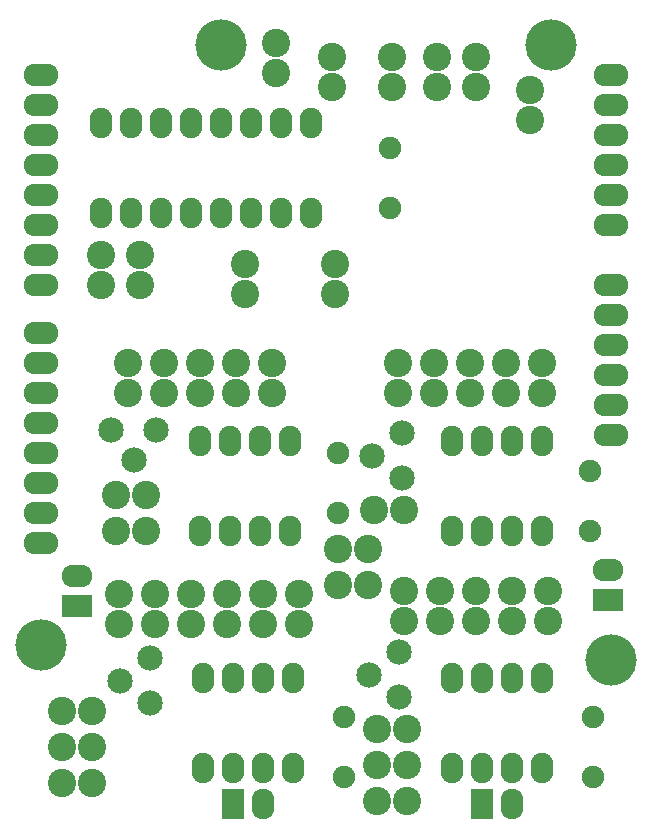
<source format=gbs>
G04 #@! TF.FileFunction,Soldermask,Bot*
%FSLAX46Y46*%
G04 Gerber Fmt 4.6, Leading zero omitted, Abs format (unit mm)*
G04 Created by KiCad (PCBNEW 4.0.6) date 10/27/17 08:06:12*
%MOMM*%
%LPD*%
G01*
G04 APERTURE LIST*
%ADD10C,0.100000*%
%ADD11C,1.901140*%
%ADD12C,2.398980*%
%ADD13O,2.940000X1.924000*%
%ADD14C,4.337000*%
%ADD15O,1.901140X2.599640*%
%ADD16C,2.150060*%
%ADD17R,1.924000X2.599640*%
%ADD18O,1.924000X2.599640*%
%ADD19R,2.599640X1.924000*%
%ADD20O,2.599640X1.924000*%
G04 APERTURE END LIST*
D10*
D11*
X84836000Y-135890000D03*
X84836000Y-130810000D03*
X105918000Y-135890000D03*
X105918000Y-130810000D03*
X84328000Y-108458000D03*
X84328000Y-113538000D03*
X105664000Y-115062000D03*
X105664000Y-109982000D03*
X88773000Y-87757000D03*
X88773000Y-82677000D03*
D12*
X83820000Y-77470000D03*
X83820000Y-74930000D03*
X88900000Y-77470000D03*
X88900000Y-74930000D03*
X65786000Y-120396000D03*
X65786000Y-122936000D03*
X89916000Y-120142000D03*
X89916000Y-122682000D03*
X68834000Y-120396000D03*
X68834000Y-122936000D03*
X92964000Y-120142000D03*
X92964000Y-122682000D03*
X74930000Y-120396000D03*
X74930000Y-122936000D03*
X99060000Y-120142000D03*
X99060000Y-122682000D03*
X77978000Y-120396000D03*
X77978000Y-122936000D03*
X102108000Y-120142000D03*
X102108000Y-122682000D03*
X71882000Y-120396000D03*
X71882000Y-122936000D03*
X96012000Y-120142000D03*
X96012000Y-122682000D03*
X60960000Y-133350000D03*
X63500000Y-133350000D03*
X60960000Y-136398000D03*
X63500000Y-136398000D03*
X87630000Y-134874000D03*
X90170000Y-134874000D03*
X87630000Y-137922000D03*
X90170000Y-137922000D03*
X60960000Y-130302000D03*
X63500000Y-130302000D03*
X87630000Y-131826000D03*
X90170000Y-131826000D03*
X66548000Y-100838000D03*
X66548000Y-103378000D03*
X89408000Y-100838000D03*
X89408000Y-103378000D03*
X69596000Y-100838000D03*
X69596000Y-103378000D03*
X92456000Y-100838000D03*
X92456000Y-103378000D03*
X75692000Y-100838000D03*
X75692000Y-103378000D03*
X98552000Y-100838000D03*
X98552000Y-103378000D03*
X78740000Y-100838000D03*
X78740000Y-103378000D03*
X101600000Y-100838000D03*
X101600000Y-103378000D03*
X72644000Y-100838000D03*
X72644000Y-103378000D03*
X95504000Y-100838000D03*
X95504000Y-103378000D03*
X81026000Y-120396000D03*
X81026000Y-122936000D03*
X65532000Y-112014000D03*
X68072000Y-112014000D03*
X84328000Y-116586000D03*
X86868000Y-116586000D03*
X84328000Y-119634000D03*
X86868000Y-119634000D03*
X65532000Y-115062000D03*
X68072000Y-115062000D03*
X87376000Y-113284000D03*
X89916000Y-113284000D03*
X96012000Y-74930000D03*
X96012000Y-77470000D03*
X67564000Y-91694000D03*
X67564000Y-94234000D03*
X64262000Y-91694000D03*
X64262000Y-94234000D03*
X79121000Y-76327000D03*
X79121000Y-73787000D03*
X92710000Y-74930000D03*
X92710000Y-77470000D03*
X76454000Y-92456000D03*
X76454000Y-94996000D03*
X84074000Y-92456000D03*
X84074000Y-94996000D03*
D13*
X107460000Y-76500000D03*
X107460000Y-79040000D03*
X107460000Y-81580000D03*
X107460000Y-89200000D03*
X107460000Y-86660000D03*
X107460000Y-84120000D03*
X107460000Y-94280000D03*
X107460000Y-96820000D03*
X107460000Y-99360000D03*
X107460000Y-104440000D03*
X107460000Y-106980000D03*
X59200000Y-76500000D03*
X59200000Y-79040000D03*
X59200000Y-81580000D03*
X59200000Y-84120000D03*
X59200000Y-86660000D03*
X59200000Y-89200000D03*
X59200000Y-91740000D03*
X59200000Y-94280000D03*
X59200000Y-98344000D03*
X59200000Y-100884000D03*
X59200000Y-103424000D03*
X59200000Y-105964000D03*
X59200000Y-108504000D03*
X59200000Y-111044000D03*
X59200000Y-113584000D03*
X59200000Y-116124000D03*
X107460000Y-101900000D03*
D14*
X102380000Y-73960000D03*
X74440000Y-73960000D03*
X59200000Y-124760000D03*
X107460000Y-126030000D03*
D15*
X80518000Y-127508000D03*
X77978000Y-127508000D03*
X75438000Y-127508000D03*
X72898000Y-127508000D03*
X72898000Y-135128000D03*
X75438000Y-135128000D03*
X77978000Y-135128000D03*
X80518000Y-135128000D03*
X101600000Y-127508000D03*
X99060000Y-127508000D03*
X96520000Y-127508000D03*
X93980000Y-127508000D03*
X93980000Y-135128000D03*
X96520000Y-135128000D03*
X99060000Y-135128000D03*
X101600000Y-135128000D03*
X80264000Y-107442000D03*
X77724000Y-107442000D03*
X75184000Y-107442000D03*
X72644000Y-107442000D03*
X72644000Y-115062000D03*
X75184000Y-115062000D03*
X77724000Y-115062000D03*
X80264000Y-115062000D03*
X101600000Y-107442000D03*
X99060000Y-107442000D03*
X96520000Y-107442000D03*
X93980000Y-107442000D03*
X93980000Y-115062000D03*
X96520000Y-115062000D03*
X99060000Y-115062000D03*
X101600000Y-115062000D03*
X82042000Y-80518000D03*
X79502000Y-80518000D03*
X76962000Y-80518000D03*
X74422000Y-80518000D03*
X71882000Y-80518000D03*
X69342000Y-80518000D03*
X66802000Y-80518000D03*
X64262000Y-80518000D03*
X64262000Y-88138000D03*
X66802000Y-88138000D03*
X69342000Y-88138000D03*
X71882000Y-88138000D03*
X74422000Y-88138000D03*
X76962000Y-88138000D03*
X79502000Y-88138000D03*
X82042000Y-88138000D03*
D12*
X100584000Y-80264000D03*
X100584000Y-77724000D03*
D16*
X68453000Y-125857000D03*
X65913000Y-127762000D03*
X68453000Y-129667000D03*
X89535000Y-125349000D03*
X86995000Y-127254000D03*
X89535000Y-129159000D03*
X65151000Y-106553000D03*
X67056000Y-109093000D03*
X68961000Y-106553000D03*
X89789000Y-106807000D03*
X87249000Y-108712000D03*
X89789000Y-110617000D03*
D17*
X75438000Y-138176000D03*
D18*
X77978000Y-138176000D03*
D17*
X96520000Y-138176000D03*
D18*
X99060000Y-138176000D03*
D19*
X62230000Y-121412000D03*
D20*
X62230000Y-118872000D03*
D19*
X107188000Y-120904000D03*
D20*
X107188000Y-118364000D03*
M02*

</source>
